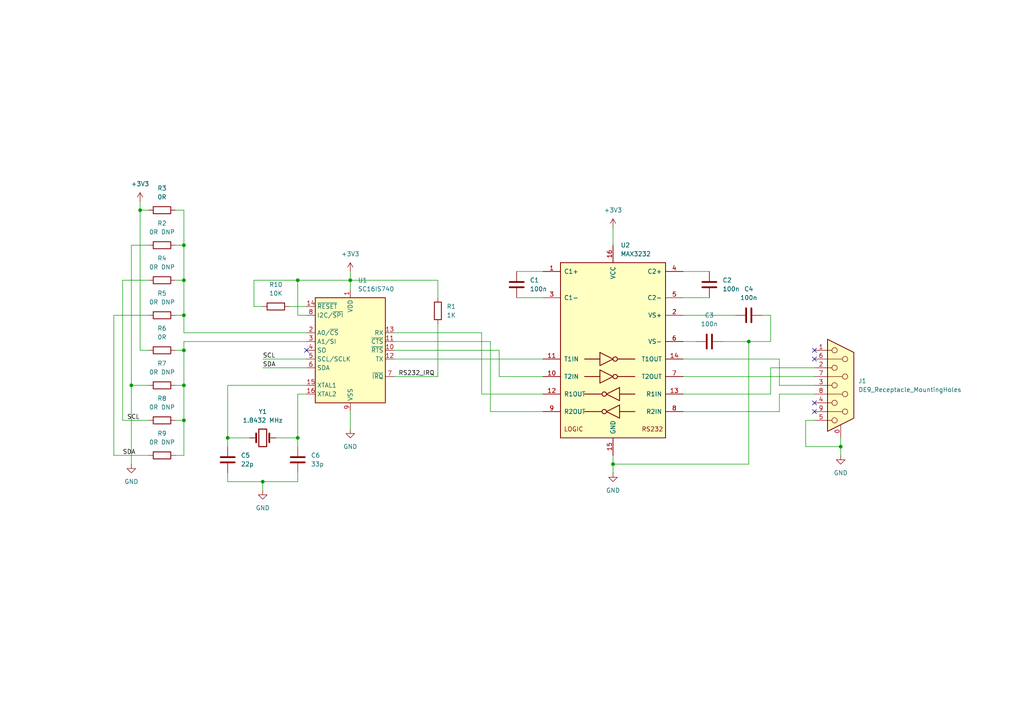
<source format=kicad_sch>
(kicad_sch (version 20231120) (generator "eeschema") (generator_version "8.0")
  (paper "A4")
  (lib_symbols
    (symbol "Connector:DE9_Receptacle_MountingHoles" (pin_names (offset 1.016) hide)
      (property "Reference" "J" (at 0 16.51 0))
      (property "Value" "DE9_Receptacle_MountingHoles" (at 0 14.605 0))
      (symbol "DE9_Receptacle_MountingHoles_0_1"
        (circle (center -1.778 -10.16) (radius 0.762))
        (circle (center -1.778 -5.08) (radius 0.762))
        (circle (center -1.778 0) (radius 0.762))
        (circle (center -1.778 5.08) (radius 0.762))
        (circle (center -1.778 10.16) (radius 0.762))
        (polyline (pts (xy -3.81 -10.16) (xy -2.54 -10.16)))
        (polyline (pts (xy -3.81 -7.62) (xy 0.508 -7.62)))
        (polyline (pts (xy -3.81 -5.08) (xy -2.54 -5.08)))
        (polyline (pts (xy -3.81 -2.54) (xy 0.508 -2.54)))
        (polyline (pts (xy -3.81 0) (xy -2.54 0)))
        (polyline (pts (xy -3.81 2.54) (xy 0.508 2.54)))
        (polyline (pts (xy -3.81 5.08) (xy -2.54 5.08)))
        (polyline (pts (xy -3.81 7.62) (xy 0.508 7.62)))
        (polyline (pts (xy -3.81 10.16) (xy -2.54 10.16)))
        (polyline (pts (xy -3.81 13.335) (xy -3.81 -13.335) (xy 3.81 -9.525) (xy 3.81 9.525) (xy -3.81 13.335)) (stroke (width 0.254)) (fill (type background)))
        (circle (center 1.27 -7.62) (radius 0.762))
        (circle (center 1.27 -2.54) (radius 0.762))
        (circle (center 1.27 2.54) (radius 0.762))
        (circle (center 1.27 7.62) (radius 0.762))
      )
      (symbol "DE9_Receptacle_MountingHoles_1_1"
        (pin passive line (at 0 -15.24 90) (length 3.81) (name "PAD") (number "0"))
        (pin passive line (at -7.62 10.16 0) (length 3.81) (name "1") (number "1"))
        (pin passive line (at -7.62 5.08 0) (length 3.81) (name "2") (number "2"))
        (pin passive line (at -7.62 0 0) (length 3.81) (name "3") (number "3"))
        (pin passive line (at -7.62 -5.08 0) (length 3.81) (name "4") (number "4"))
        (pin passive line (at -7.62 -10.16 0) (length 3.81) (name "5") (number "5"))
        (pin passive line (at -7.62 7.62 0) (length 3.81) (name "6") (number "6"))
        (pin passive line (at -7.62 2.54 0) (length 3.81) (name "7") (number "7"))
        (pin passive line (at -7.62 -2.54 0) (length 3.81) (name "8") (number "8"))
        (pin passive line (at -7.62 -7.62 0) (length 3.81) (name "9") (number "9"))
      )
    )
    (symbol "Device:C" (pin_numbers hide) (pin_names (offset 0.254))
      (property "Reference" "C" (at 0.635 2.54 0))
      (property "Value" "C" (at 0.635 -2.54 0))
      (symbol "C_0_1"
        (polyline (pts (xy -2.032 -0.762) (xy 2.032 -0.762)) (stroke (width 0.508)))
        (polyline (pts (xy -2.032 0.762) (xy 2.032 0.762)) (stroke (width 0.508)))
      )
      (symbol "C_1_1"
        (pin passive line (at 0 3.81 270) (length 2.794) (name "~") (number "1"))
        (pin passive line (at 0 -3.81 90) (length 2.794) (name "~") (number "2"))
      )
    )
    (symbol "Device:Crystal" (pin_numbers hide) (pin_names (offset 1.016) hide)
      (property "Reference" "Y" (at 0 3.81 0))
      (property "Value" "Crystal" (at 0 -3.81 0))
      (symbol "Crystal_0_1"
        (rectangle (start -1.143 2.54) (end 1.143 -2.54) (stroke (width 0.3048)))
        (polyline (pts (xy -2.54 0) (xy -1.905 0)))
        (polyline (pts (xy -1.905 -1.27) (xy -1.905 1.27)) (stroke (width 0.508)))
        (polyline (pts (xy 1.905 -1.27) (xy 1.905 1.27)) (stroke (width 0.508)))
        (polyline (pts (xy 2.54 0) (xy 1.905 0)))
      )
      (symbol "Crystal_1_1"
        (pin passive line (at -3.81 0 0) (length 1.27) (name "1") (number "1"))
        (pin passive line (at 3.81 0 180) (length 1.27) (name "2") (number "2"))
      )
    )
    (symbol "Device:R" (pin_numbers hide) (pin_names (offset 0))
      (property "Reference" "R" (at 2.032 0 90))
      (property "Value" "R" (at 0 0 90))
      (symbol "R_0_1"
        (rectangle (start -1.016 -2.54) (end 1.016 2.54) (stroke (width 0.254)))
      )
      (symbol "R_1_1"
        (pin passive line (at 0 3.81 270) (length 1.27) (name "~") (number "1"))
        (pin passive line (at 0 -3.81 90) (length 1.27) (name "~") (number "2"))
      )
    )
    (symbol "Interface_UART:MAX3232" (pin_names (offset 1.016))
      (property "Reference" "U" (at -2.54 28.575 0))
      (property "Value" "MAX3232" (at -2.54 26.67 0))
      (symbol "MAX3232_0_0"
        (text "LOGIC" (at -11.43 -22.86 0) (effects (font (size 1.27 1.27))))
        (text "RS232" (at 11.43 -22.86 0) (effects (font (size 1.27 1.27))))
      )
      (symbol "MAX3232_0_1"
        (rectangle (start -15.24 -25.4) (end 15.24 25.4) (stroke (width 0.254)) (fill (type background)))
        (circle (center -2.54 -17.78) (radius 0.635) (stroke (width 0.254)))
        (circle (center -2.54 -12.7) (radius 0.635) (stroke (width 0.254)))
        (polyline (pts (xy -3.81 -7.62) (xy -8.255 -7.62)) (stroke (width 0.254)))
        (polyline (pts (xy -3.81 -2.54) (xy -8.255 -2.54)) (stroke (width 0.254)))
        (polyline (pts (xy -3.175 -17.78) (xy -8.255 -17.78)) (stroke (width 0.254)))
        (polyline (pts (xy -3.175 -12.7) (xy -8.255 -12.7)) (stroke (width 0.254)))
        (polyline (pts (xy 1.27 -7.62) (xy 6.35 -7.62)) (stroke (width 0.254)))
        (polyline (pts (xy 1.27 -2.54) (xy 6.35 -2.54)) (stroke (width 0.254)))
        (polyline (pts (xy 1.905 -17.78) (xy 6.35 -17.78)) (stroke (width 0.254)))
        (polyline (pts (xy 1.905 -12.7) (xy 6.35 -12.7)) (stroke (width 0.254)))
        (polyline (pts (xy -3.81 -5.715) (xy -3.81 -9.525) (xy 0 -7.62) (xy -3.81 -5.715)) (stroke (width 0.254)))
        (polyline (pts (xy -3.81 -0.635) (xy -3.81 -4.445) (xy 0 -2.54) (xy -3.81 -0.635)) (stroke (width 0.254)))
        (polyline (pts (xy 1.905 -15.875) (xy 1.905 -19.685) (xy -1.905 -17.78) (xy 1.905 -15.875)) (stroke (width 0.254)))
        (polyline (pts (xy 1.905 -10.795) (xy 1.905 -14.605) (xy -1.905 -12.7) (xy 1.905 -10.795)) (stroke (width 0.254)))
        (circle (center 0.635 -7.62) (radius 0.635) (stroke (width 0.254)))
        (circle (center 0.635 -2.54) (radius 0.635) (stroke (width 0.254)))
      )
      (symbol "MAX3232_1_1"
        (pin passive line (at -20.32 22.86 0) (length 5.08) (name "C1+") (number "1"))
        (pin input line (at -20.32 -7.62 0) (length 5.08) (name "T2IN") (number "10"))
        (pin input line (at -20.32 -2.54 0) (length 5.08) (name "T1IN") (number "11"))
        (pin output line (at -20.32 -12.7 0) (length 5.08) (name "R1OUT") (number "12"))
        (pin input line (at 20.32 -12.7 180) (length 5.08) (name "R1IN") (number "13"))
        (pin output line (at 20.32 -2.54 180) (length 5.08) (name "T1OUT") (number "14"))
        (pin power_in line (at 0 -30.48 90) (length 5.08) (name "GND") (number "15"))
        (pin power_in line (at 0 30.48 270) (length 5.08) (name "VCC") (number "16"))
        (pin power_out line (at 20.32 10.16 180) (length 5.08) (name "VS+") (number "2"))
        (pin passive line (at -20.32 15.24 0) (length 5.08) (name "C1-") (number "3"))
        (pin passive line (at 20.32 22.86 180) (length 5.08) (name "C2+") (number "4"))
        (pin passive line (at 20.32 15.24 180) (length 5.08) (name "C2-") (number "5"))
        (pin power_out line (at 20.32 2.54 180) (length 5.08) (name "VS-") (number "6"))
        (pin output line (at 20.32 -7.62 180) (length 5.08) (name "T2OUT") (number "7"))
        (pin input line (at 20.32 -17.78 180) (length 5.08) (name "R2IN") (number "8"))
        (pin output line (at -20.32 -17.78 0) (length 5.08) (name "R2OUT") (number "9"))
      )
    )
    (symbol "Interface_UART:SC16IS740"
      (property "Reference" "U" (at -8.89 16.51 0))
      (property "Value" "SC16IS740" (at 7.62 16.51 0))
      (symbol "SC16IS740_0_1"
        (rectangle (start -10.16 15.24) (end 10.16 -15.24) (stroke (width 0.254)) (fill (type background)))
      )
      (symbol "SC16IS740_1_1"
        (pin power_in line (at 0 17.78 270) (length 2.54) (name "VDD") (number "1"))
        (pin output line (at 12.7 0 180) (length 2.54) (name "~{RTS}") (number "10"))
        (pin input line (at 12.7 2.54 180) (length 2.54) (name "~{CTS}") (number "11"))
        (pin output line (at 12.7 -2.54 180) (length 2.54) (name "TX") (number "12"))
        (pin input line (at 12.7 5.08 180) (length 2.54) (name "RX") (number "13"))
        (pin input line (at -12.7 12.7 0) (length 2.54) (name "~{RESET}") (number "14"))
        (pin input line (at -12.7 -10.16 0) (length 2.54) (name "XTAL1") (number "15"))
        (pin output line (at -12.7 -12.7 0) (length 2.54) (name "XTAL2") (number "16"))
        (pin input line (at -12.7 5.08 0) (length 2.54) (name "A0/~{CS}") (number "2"))
        (pin input line (at -12.7 2.54 0) (length 2.54) (name "A1/SI") (number "3"))
        (pin output line (at -12.7 0 0) (length 2.54) (name "SO") (number "4"))
        (pin input line (at -12.7 -2.54 0) (length 2.54) (name "SCL/SCLK") (number "5"))
        (pin bidirectional line (at -12.7 -5.08 0) (length 2.54) (name "SDA") (number "6"))
        (pin open_collector line (at 12.7 -7.62 180) (length 2.54) (name "~{IRQ}") (number "7"))
        (pin input line (at -12.7 10.16 0) (length 2.54) (name "I2C/~{SPI}") (number "8"))
        (pin power_in line (at 0 -17.78 90) (length 2.54) (name "VSS") (number "9"))
      )
    )
    (symbol "power:+3V3" (power) (pin_numbers hide) (pin_names (offset 0) hide)
      (property "Value" "+3V3" (at 0 3.556 0))
      (symbol "+3V3_0_1"
        (polyline (pts (xy -0.762 1.27) (xy 0 2.54)))
        (polyline (pts (xy 0 0) (xy 0 2.54)))
        (polyline (pts (xy 0 2.54) (xy 0.762 1.27)))
      )
      (symbol "+3V3_1_1"
        (pin power_in line (at 0 0 90) (length 0) (name "~") (number "1"))
      )
    )
    (symbol "power:GND" (power) (pin_numbers hide) (pin_names (offset 0) hide)
      (property "Value" "GND" (at 0 -3.81 0))
      (symbol "GND_0_1"
        (polyline (pts (xy 0 0) (xy 0 -1.27) (xy 1.27 -1.27) (xy 0 -2.54) (xy -1.27 -1.27) (xy 0 -1.27)))
      )
      (symbol "GND_1_1"
        (pin power_in line (at 0 0 270) (length 0) (name "~") (number "1"))
      )
    )
  )
  (junction (at 53.34 121.92))
  (junction (at 86.36 81.28))
  (junction (at 53.34 101.6))
  (junction (at 243.84 129.54))
  (junction (at 53.34 111.76))
  (junction (at 40.64 60.96))
  (junction (at 76.2 139.7))
  (junction (at 101.6 81.28))
  (junction (at 53.34 81.28))
  (junction (at 38.1 111.76))
  (junction (at 217.17 99.06))
  (junction (at 53.34 71.12))
  (junction (at 66.04 127))
  (junction (at 86.36 127))
  (junction (at 53.34 91.44))
  (junction (at 177.8 134.62))
  (no_connect (at 236.22 119.38))
  (no_connect (at 236.22 116.84))
  (no_connect (at 236.22 101.6))
  (no_connect (at 88.9 101.6))
  (no_connect (at 236.22 104.14))
  (wire (pts (xy 66.04 139.7) (xy 66.04 137.16)))
  (wire (pts (xy 114.3 101.6) (xy 144.78 101.6)))
  (wire (pts (xy 139.7 114.3) (xy 139.7 96.52)))
  (wire (pts (xy 53.34 101.6) (xy 50.8 101.6)))
  (wire (pts (xy 177.8 132.08) (xy 177.8 134.62)))
  (wire (pts (xy 86.36 114.3) (xy 88.9 114.3)))
  (wire (pts (xy 88.9 111.76) (xy 66.04 111.76)))
  (wire (pts (xy 144.78 101.6) (xy 144.78 109.22)))
  (wire (pts (xy 209.55 99.06) (xy 217.17 99.06)))
  (wire (pts (xy 217.17 99.06) (xy 223.52 99.06)))
  (wire (pts (xy 226.06 104.14) (xy 198.12 104.14)))
  (wire (pts (xy 53.34 96.52) (xy 88.9 96.52)))
  (wire (pts (xy 236.22 106.68) (xy 223.52 106.68)))
  (wire (pts (xy 76.2 104.14) (xy 88.9 104.14)))
  (wire (pts (xy 101.6 119.38) (xy 101.6 124.46)))
  (wire (pts (xy 76.2 139.7) (xy 66.04 139.7)))
  (wire (pts (xy 144.78 109.22) (xy 157.48 109.22)))
  (wire (pts (xy 53.34 101.6) (xy 53.34 111.76)))
  (wire (pts (xy 177.8 134.62) (xy 217.17 134.62)))
  (wire (pts (xy 53.34 81.28) (xy 53.34 91.44)))
  (wire (pts (xy 226.06 111.76) (xy 226.06 104.14)))
  (wire (pts (xy 53.34 111.76) (xy 53.34 121.92)))
  (wire (pts (xy 53.34 60.96) (xy 53.34 71.12)))
  (wire (pts (xy 66.04 127) (xy 66.04 129.54)))
  (wire (pts (xy 43.18 81.28) (xy 35.56 81.28)))
  (wire (pts (xy 50.8 71.12) (xy 53.34 71.12)))
  (wire (pts (xy 198.12 91.44) (xy 213.36 91.44)))
  (wire (pts (xy 88.9 99.06) (xy 53.34 99.06)))
  (wire (pts (xy 101.6 78.74) (xy 101.6 81.28)))
  (wire (pts (xy 149.86 86.36) (xy 157.48 86.36)))
  (wire (pts (xy 198.12 78.74) (xy 205.74 78.74)))
  (wire (pts (xy 223.52 106.68) (xy 223.52 114.3)))
  (wire (pts (xy 76.2 106.68) (xy 88.9 106.68)))
  (wire (pts (xy 243.84 129.54) (xy 233.68 129.54)))
  (wire (pts (xy 101.6 81.28) (xy 127 81.28)))
  (wire (pts (xy 40.64 58.42) (xy 40.64 60.96)))
  (wire (pts (xy 101.6 81.28) (xy 86.36 81.28)))
  (wire (pts (xy 86.36 91.44) (xy 88.9 91.44)))
  (wire (pts (xy 177.8 134.62) (xy 177.8 137.16)))
  (wire (pts (xy 86.36 81.28) (xy 73.66 81.28)))
  (wire (pts (xy 66.04 111.76) (xy 66.04 127)))
  (wire (pts (xy 198.12 99.06) (xy 201.93 99.06)))
  (wire (pts (xy 139.7 96.52) (xy 114.3 96.52)))
  (wire (pts (xy 86.36 127) (xy 86.36 114.3)))
  (wire (pts (xy 127 81.28) (xy 127 86.36)))
  (wire (pts (xy 53.34 71.12) (xy 53.34 81.28)))
  (wire (pts (xy 236.22 111.76) (xy 226.06 111.76)))
  (wire (pts (xy 243.84 127) (xy 243.84 129.54)))
  (wire (pts (xy 66.04 127) (xy 72.39 127)))
  (wire (pts (xy 226.06 119.38) (xy 198.12 119.38)))
  (wire (pts (xy 73.66 81.28) (xy 73.66 88.9)))
  (wire (pts (xy 38.1 71.12) (xy 38.1 111.76)))
  (wire (pts (xy 53.34 132.08) (xy 50.8 132.08)))
  (wire (pts (xy 86.36 139.7) (xy 86.36 137.16)))
  (wire (pts (xy 53.34 91.44) (xy 53.34 96.52)))
  (wire (pts (xy 35.56 121.92) (xy 43.18 121.92)))
  (wire (pts (xy 114.3 99.06) (xy 142.24 99.06)))
  (wire (pts (xy 198.12 86.36) (xy 205.74 86.36)))
  (wire (pts (xy 38.1 111.76) (xy 38.1 134.62)))
  (wire (pts (xy 223.52 91.44) (xy 220.98 91.44)))
  (wire (pts (xy 198.12 109.22) (xy 236.22 109.22)))
  (wire (pts (xy 127 109.22) (xy 127 93.98)))
  (wire (pts (xy 114.3 104.14) (xy 157.48 104.14)))
  (wire (pts (xy 101.6 83.82) (xy 101.6 81.28)))
  (wire (pts (xy 83.82 88.9) (xy 88.9 88.9)))
  (wire (pts (xy 76.2 139.7) (xy 86.36 139.7)))
  (wire (pts (xy 157.48 114.3) (xy 139.7 114.3)))
  (wire (pts (xy 86.36 127) (xy 86.36 129.54)))
  (wire (pts (xy 50.8 81.28) (xy 53.34 81.28)))
  (wire (pts (xy 73.66 88.9) (xy 76.2 88.9)))
  (wire (pts (xy 40.64 101.6) (xy 40.64 60.96)))
  (wire (pts (xy 40.64 60.96) (xy 43.18 60.96)))
  (wire (pts (xy 53.34 121.92) (xy 53.34 132.08)))
  (wire (pts (xy 43.18 101.6) (xy 40.64 101.6)))
  (wire (pts (xy 43.18 71.12) (xy 38.1 71.12)))
  (wire (pts (xy 149.86 78.74) (xy 157.48 78.74)))
  (wire (pts (xy 38.1 111.76) (xy 43.18 111.76)))
  (wire (pts (xy 86.36 81.28) (xy 86.36 91.44)))
  (wire (pts (xy 33.02 132.08) (xy 33.02 91.44)))
  (wire (pts (xy 33.02 91.44) (xy 43.18 91.44)))
  (wire (pts (xy 226.06 114.3) (xy 226.06 119.38)))
  (wire (pts (xy 223.52 99.06) (xy 223.52 91.44)))
  (wire (pts (xy 142.24 119.38) (xy 157.48 119.38)))
  (wire (pts (xy 223.52 114.3) (xy 198.12 114.3)))
  (wire (pts (xy 243.84 129.54) (xy 243.84 132.08)))
  (wire (pts (xy 50.8 60.96) (xy 53.34 60.96)))
  (wire (pts (xy 217.17 134.62) (xy 217.17 99.06)))
  (wire (pts (xy 53.34 99.06) (xy 53.34 101.6)))
  (wire (pts (xy 233.68 129.54) (xy 233.68 121.92)))
  (wire (pts (xy 236.22 114.3) (xy 226.06 114.3)))
  (wire (pts (xy 80.01 127) (xy 86.36 127)))
  (wire (pts (xy 177.8 66.04) (xy 177.8 71.12)))
  (wire (pts (xy 43.18 132.08) (xy 33.02 132.08)))
  (wire (pts (xy 76.2 142.24) (xy 76.2 139.7)))
  (wire (pts (xy 142.24 99.06) (xy 142.24 119.38)))
  (wire (pts (xy 53.34 111.76) (xy 50.8 111.76)))
  (wire (pts (xy 53.34 121.92) (xy 50.8 121.92)))
  (wire (pts (xy 35.56 81.28) (xy 35.56 121.92)))
  (wire (pts (xy 50.8 91.44) (xy 53.34 91.44)))
  (wire (pts (xy 114.3 109.22) (xy 127 109.22)))
  (wire (pts (xy 233.68 121.92) (xy 236.22 121.92)))
  (label "SDA" (at 35.56 132.08 0))
  (label "SDA" (at 76.2 106.68 0))
  (label "RS232_IRQ" (at 115.57 109.22 0))
  (label "SCL" (at 36.83 121.92 0))
  (label "SCL" (at 76.2 104.14 0))
  (symbol (lib_id "power:+3V3") (at 40.64 58.42 0) (unit 1)
    (property "Reference" "#PWR06" (effects (hide yes)))
    (property "Value" "+3V3" (at 40.64 53.34 0))
    (property "Description" "Power symbol creates a global label with name \"+3V3\"" (effects (hide yes)))
  )
  (symbol (lib_id "Device:R") (at 46.99 60.96 90) (unit 1)
    (property "Reference" "R3" (at 46.99 54.61 90))
    (property "Value" "0R" (at 46.99 57.15 90))
    (property "Description" "Resistor" (effects (hide yes)))
  )
  (symbol (lib_id "Interface_UART:SC16IS740") (at 101.6 101.6 0) (unit 1)
    (property "Reference" "U1" (at 103.7941 81.28 0) (effects (justify left)))
    (property "Value" "SC16IS740" (at 103.7941 83.82 0) (effects (justify left)))
    (property "Footprint" "Package_SO:TSSOP-16_4.4x5mm_P0.65mm" (effects (hide yes)))
    (property "Datasheet" "https://www.nxp.com/docs/en/data-sheet/SC16IS740_750_760.pdf" (effects (hide yes)))
    (property "Description" "Single UART with I2C/SPI interface, 64 bytes of transmit and receive FIFOs, IrDA SIR built-in support, TSSOP-16" (effects (hide yes)))
  )
  (symbol (lib_id "Device:C") (at 205.74 99.06 90) (unit 1)
    (property "Reference" "C3" (at 205.74 91.44 90))
    (property "Value" "100n" (at 205.74 93.98 90))
    (property "Description" "Unpolarized capacitor" (effects (hide yes)))
  )
  (symbol (lib_id "Device:R") (at 46.99 121.92 90) (unit 1)
    (property "Reference" "R8" (at 46.99 115.57 90))
    (property "Value" "0R DNP" (at 46.99 118.11 90))
    (property "Description" "Resistor" (effects (hide yes)))
  )
  (symbol (lib_id "Device:R") (at 46.99 132.08 90) (unit 1)
    (property "Reference" "R9" (at 46.99 125.73 90))
    (property "Value" "0R DNP" (at 46.99 128.27 90))
    (property "Description" "Resistor" (effects (hide yes)))
  )
  (symbol (lib_id "Device:C") (at 205.74 82.55 0) (unit 1)
    (property "Reference" "C2" (at 209.55 81.2799 0) (effects (justify left)))
    (property "Value" "100n" (at 209.55 83.8199 0) (effects (justify left)))
    (property "Description" "Unpolarized capacitor" (effects (hide yes)))
  )
  (symbol (lib_id "power:+3V3") (at 101.6 78.74 0) (unit 1)
    (property "Reference" "#PWR02" (effects (hide yes)))
    (property "Value" "+3V3" (at 101.6 73.66 0))
    (property "Description" "Power symbol creates a global label with name \"+3V3\"" (effects (hide yes)))
  )
  (symbol (lib_id "Device:C") (at 217.17 91.44 90) (unit 1)
    (property "Reference" "C4" (at 217.17 83.82 90))
    (property "Value" "100n" (at 217.17 86.36 90))
    (property "Description" "Unpolarized capacitor" (effects (hide yes)))
  )
  (symbol (lib_id "Device:R") (at 80.01 88.9 90) (unit 1)
    (property "Reference" "R10" (at 80.01 82.55 90))
    (property "Value" "10K" (at 80.01 85.09 90))
    (property "Description" "Resistor" (effects (hide yes)))
  )
  (symbol (lib_id "power:GND") (at 177.8 137.16 0) (unit 1)
    (property "Reference" "#PWR04" (effects (hide yes)))
    (property "Value" "GND" (at 177.8 142.24 0))
    (property "Description" "Power symbol creates a global label with name \"GND\" , ground" (effects (hide yes)))
  )
  (symbol (lib_id "Device:R") (at 46.99 91.44 90) (unit 1)
    (property "Reference" "R5" (at 46.99 85.09 90))
    (property "Value" "0R DNP" (at 46.99 87.63 90))
    (property "Description" "Resistor" (effects (hide yes)))
  )
  (symbol (lib_id "Device:C") (at 86.36 133.35 0) (unit 1)
    (property "Reference" "C6" (at 90.17 132.0799 0) (effects (justify left)))
    (property "Value" "33p" (at 90.17 134.6199 0) (effects (justify left)))
    (property "Description" "Unpolarized capacitor" (effects (hide yes)))
  )
  (symbol (lib_id "Device:R") (at 46.99 101.6 90) (unit 1)
    (property "Reference" "R6" (at 46.99 95.25 90))
    (property "Value" "0R" (at 46.99 97.79 90))
    (property "Description" "Resistor" (effects (hide yes)))
  )
  (symbol (lib_id "Connector:DE9_Receptacle_MountingHoles") (at 243.84 111.76 0) (unit 1)
    (property "Reference" "J1" (at 248.92 110.4899 0) (effects (justify left)))
    (property "Value" "DE9_Receptacle_MountingHoles" (at 248.92 113.0299 0) (effects (justify left)))
    (property "Description" "9-pin female receptacle socket D-SUB connector, Mounting Hole" (effects (hide yes)))
  )
  (symbol (lib_id "Device:Crystal") (at 76.2 127 0) (unit 1)
    (property "Reference" "Y1" (at 76.2 119.38 0))
    (property "Value" "1.8432 MHz" (at 76.2 121.92 0))
    (property "Description" "Two pin crystal" (effects (hide yes)))
  )
  (symbol (lib_id "Device:C") (at 66.04 133.35 0) (unit 1)
    (property "Reference" "C5" (at 69.85 132.0799 0) (effects (justify left)))
    (property "Value" "22p" (at 69.85 134.6199 0) (effects (justify left)))
    (property "Description" "Unpolarized capacitor" (effects (hide yes)))
  )
  (symbol (lib_id "Device:R") (at 46.99 111.76 90) (unit 1)
    (property "Reference" "R7" (at 46.99 105.41 90))
    (property "Value" "0R DNP" (at 46.99 107.95 90))
    (property "Description" "Resistor" (effects (hide yes)))
  )
  (symbol (lib_id "power:GND") (at 101.6 124.46 0) (unit 1)
    (property "Reference" "#PWR01" (effects (hide yes)))
    (property "Value" "GND" (at 101.6 129.54 0))
    (property "Description" "Power symbol creates a global label with name \"GND\" , ground" (effects (hide yes)))
  )
  (symbol (lib_id "Device:R") (at 46.99 81.28 90) (unit 1)
    (property "Reference" "R4" (at 46.99 74.93 90))
    (property "Value" "0R DNP" (at 46.99 77.47 90))
    (property "Description" "Resistor" (effects (hide yes)))
  )
  (symbol (lib_id "power:+3V3") (at 177.8 66.04 0) (unit 1)
    (property "Reference" "#PWR08" (effects (hide yes)))
    (property "Value" "+3V3" (at 177.8 60.96 0))
    (property "Description" "Power symbol creates a global label with name \"+3V3\"" (effects (hide yes)))
  )
  (symbol (lib_id "Device:R") (at 127 90.17 0) (unit 1)
    (property "Reference" "R1" (at 129.54 88.8999 0) (effects (justify left)))
    (property "Value" "1K" (at 129.54 91.4399 0) (effects (justify left)))
    (property "Description" "Resistor" (effects (hide yes)))
  )
  (symbol (lib_id "Device:C") (at 149.86 82.55 0) (unit 1)
    (property "Reference" "C1" (at 153.67 81.2799 0) (effects (justify left)))
    (property "Value" "100n" (at 153.67 83.8199 0) (effects (justify left)))
    (property "Description" "Unpolarized capacitor" (effects (hide yes)))
  )
  (symbol (lib_id "power:GND") (at 243.84 132.08 0) (unit 1)
    (property "Reference" "#PWR03" (effects (hide yes)))
    (property "Value" "GND" (at 243.84 137.16 0))
    (property "Description" "Power symbol creates a global label with name \"GND\" , ground" (effects (hide yes)))
  )
  (symbol (lib_id "power:GND") (at 38.1 134.62 0) (unit 1)
    (property "Reference" "#PWR07" (effects (hide yes)))
    (property "Value" "GND" (at 38.1 139.7 0))
    (property "Description" "Power symbol creates a global label with name \"GND\" , ground" (effects (hide yes)))
  )
  (symbol (lib_id "power:GND") (at 76.2 142.24 0) (unit 1)
    (property "Reference" "#PWR05" (effects (hide yes)))
    (property "Value" "GND" (at 76.2 147.32 0))
    (property "Description" "Power symbol creates a global label with name \"GND\" , ground" (effects (hide yes)))
  )
  (symbol (lib_id "Device:R") (at 46.99 71.12 90) (unit 1)
    (property "Reference" "R2" (at 46.99 64.77 90))
    (property "Value" "0R DNP" (at 46.99 67.31 90))
    (property "Description" "Resistor" (effects (hide yes)))
  )
  (symbol (lib_id "Interface_UART:MAX3232") (at 177.8 101.6 0) (unit 1)
    (property "Reference" "U2" (at 179.9941 71.12 0) (effects (justify left)))
    (property "Value" "MAX3232" (at 179.9941 73.66 0) (effects (justify left)))
    (property "Datasheet" "https://datasheets.maximintegrated.com/en/ds/MAX3222-MAX3241.pdf" (effects (hide yes)))
    (property "Description" "3.0V to 5.5V, Low-Power, up to 1Mbps, True RS-232 Transceivers Using Four 0.1μF External Capacitors" (effects (hide yes)))
  )
)
</source>
